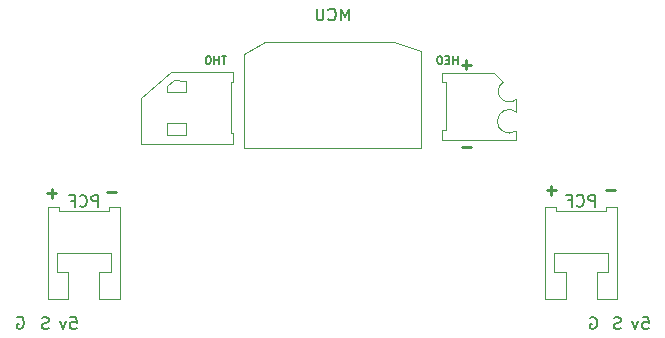
<source format=gbr>
%TF.GenerationSoftware,KiCad,Pcbnew,(6.0.0)*%
%TF.CreationDate,2023-10-09T13:50:17-07:00*%
%TF.ProjectId,minisb_bowden,6d696e69-7362-45f6-926f-7764656e2e6b,rev?*%
%TF.SameCoordinates,Original*%
%TF.FileFunction,Legend,Bot*%
%TF.FilePolarity,Positive*%
%FSLAX46Y46*%
G04 Gerber Fmt 4.6, Leading zero omitted, Abs format (unit mm)*
G04 Created by KiCad (PCBNEW (6.0.0)) date 2023-10-09 13:50:17*
%MOMM*%
%LPD*%
G01*
G04 APERTURE LIST*
%ADD10C,0.250000*%
%ADD11C,0.150000*%
%ADD12C,0.120000*%
G04 APERTURE END LIST*
D10*
X106789047Y-94851428D02*
X107550952Y-94851428D01*
X149039047Y-94711428D02*
X149800952Y-94711428D01*
X101749047Y-94971428D02*
X102510952Y-94971428D01*
X102130000Y-95352380D02*
X102130000Y-94590476D01*
X136839047Y-84081428D02*
X137600952Y-84081428D01*
X137220000Y-84462380D02*
X137220000Y-83700476D01*
X144029047Y-94691428D02*
X144790952Y-94691428D01*
X144410000Y-95072380D02*
X144410000Y-94310476D01*
X136839047Y-91021428D02*
X137600952Y-91021428D01*
D11*
%TO.C,G*%
X147738095Y-105500000D02*
X147833333Y-105452380D01*
X147976190Y-105452380D01*
X148119047Y-105500000D01*
X148214285Y-105595238D01*
X148261904Y-105690476D01*
X148309523Y-105880952D01*
X148309523Y-106023809D01*
X148261904Y-106214285D01*
X148214285Y-106309523D01*
X148119047Y-106404761D01*
X147976190Y-106452380D01*
X147880952Y-106452380D01*
X147738095Y-106404761D01*
X147690476Y-106357142D01*
X147690476Y-106023809D01*
X147880952Y-106023809D01*
%TO.C,S*%
X150285714Y-106404761D02*
X150142857Y-106452380D01*
X149904761Y-106452380D01*
X149809523Y-106404761D01*
X149761904Y-106357142D01*
X149714285Y-106261904D01*
X149714285Y-106166666D01*
X149761904Y-106071428D01*
X149809523Y-106023809D01*
X149904761Y-105976190D01*
X150095238Y-105928571D01*
X150190476Y-105880952D01*
X150238095Y-105833333D01*
X150285714Y-105738095D01*
X150285714Y-105642857D01*
X150238095Y-105547619D01*
X150190476Y-105500000D01*
X150095238Y-105452380D01*
X149857142Y-105452380D01*
X149714285Y-105500000D01*
%TO.C,HE0*%
X136510000Y-84026666D02*
X136510000Y-83326666D01*
X136510000Y-83660000D02*
X136110000Y-83660000D01*
X136110000Y-84026666D02*
X136110000Y-83326666D01*
X135776666Y-83660000D02*
X135543333Y-83660000D01*
X135443333Y-84026666D02*
X135776666Y-84026666D01*
X135776666Y-83326666D01*
X135443333Y-83326666D01*
X135010000Y-83326666D02*
X134943333Y-83326666D01*
X134876666Y-83360000D01*
X134843333Y-83393333D01*
X134810000Y-83460000D01*
X134776666Y-83593333D01*
X134776666Y-83760000D01*
X134810000Y-83893333D01*
X134843333Y-83960000D01*
X134876666Y-83993333D01*
X134943333Y-84026666D01*
X135010000Y-84026666D01*
X135076666Y-83993333D01*
X135110000Y-83960000D01*
X135143333Y-83893333D01*
X135176666Y-83760000D01*
X135176666Y-83593333D01*
X135143333Y-83460000D01*
X135110000Y-83393333D01*
X135076666Y-83360000D01*
X135010000Y-83326666D01*
%TO.C,G*%
X99208095Y-105460000D02*
X99303333Y-105412380D01*
X99446190Y-105412380D01*
X99589047Y-105460000D01*
X99684285Y-105555238D01*
X99731904Y-105650476D01*
X99779523Y-105840952D01*
X99779523Y-105983809D01*
X99731904Y-106174285D01*
X99684285Y-106269523D01*
X99589047Y-106364761D01*
X99446190Y-106412380D01*
X99350952Y-106412380D01*
X99208095Y-106364761D01*
X99160476Y-106317142D01*
X99160476Y-105983809D01*
X99350952Y-105983809D01*
%TO.C,TH0*%
X116900000Y-83326666D02*
X116500000Y-83326666D01*
X116700000Y-84026666D02*
X116700000Y-83326666D01*
X116266666Y-84026666D02*
X116266666Y-83326666D01*
X116266666Y-83660000D02*
X115866666Y-83660000D01*
X115866666Y-84026666D02*
X115866666Y-83326666D01*
X115400000Y-83326666D02*
X115333333Y-83326666D01*
X115266666Y-83360000D01*
X115233333Y-83393333D01*
X115200000Y-83460000D01*
X115166666Y-83593333D01*
X115166666Y-83760000D01*
X115200000Y-83893333D01*
X115233333Y-83960000D01*
X115266666Y-83993333D01*
X115333333Y-84026666D01*
X115400000Y-84026666D01*
X115466666Y-83993333D01*
X115500000Y-83960000D01*
X115533333Y-83893333D01*
X115566666Y-83760000D01*
X115566666Y-83593333D01*
X115533333Y-83460000D01*
X115500000Y-83393333D01*
X115466666Y-83360000D01*
X115400000Y-83326666D01*
%TO.C,MCU*%
X127267142Y-80322380D02*
X127267142Y-79322380D01*
X126933809Y-80036666D01*
X126600476Y-79322380D01*
X126600476Y-80322380D01*
X125552857Y-80227142D02*
X125600476Y-80274761D01*
X125743333Y-80322380D01*
X125838571Y-80322380D01*
X125981428Y-80274761D01*
X126076666Y-80179523D01*
X126124285Y-80084285D01*
X126171904Y-79893809D01*
X126171904Y-79750952D01*
X126124285Y-79560476D01*
X126076666Y-79465238D01*
X125981428Y-79370000D01*
X125838571Y-79322380D01*
X125743333Y-79322380D01*
X125600476Y-79370000D01*
X125552857Y-79417619D01*
X125124285Y-79322380D02*
X125124285Y-80131904D01*
X125076666Y-80227142D01*
X125029047Y-80274761D01*
X124933809Y-80322380D01*
X124743333Y-80322380D01*
X124648095Y-80274761D01*
X124600476Y-80227142D01*
X124552857Y-80131904D01*
X124552857Y-79322380D01*
%TO.C,5v*%
X103702857Y-105452380D02*
X104179047Y-105452380D01*
X104226666Y-105928571D01*
X104179047Y-105880952D01*
X104083809Y-105833333D01*
X103845714Y-105833333D01*
X103750476Y-105880952D01*
X103702857Y-105928571D01*
X103655238Y-106023809D01*
X103655238Y-106261904D01*
X103702857Y-106357142D01*
X103750476Y-106404761D01*
X103845714Y-106452380D01*
X104083809Y-106452380D01*
X104179047Y-106404761D01*
X104226666Y-106357142D01*
X103321904Y-105785714D02*
X103083809Y-106452380D01*
X102845714Y-105785714D01*
%TO.C,PCF*%
X148140476Y-96082380D02*
X148140476Y-95082380D01*
X147759523Y-95082380D01*
X147664285Y-95130000D01*
X147616666Y-95177619D01*
X147569047Y-95272857D01*
X147569047Y-95415714D01*
X147616666Y-95510952D01*
X147664285Y-95558571D01*
X147759523Y-95606190D01*
X148140476Y-95606190D01*
X146569047Y-95987142D02*
X146616666Y-96034761D01*
X146759523Y-96082380D01*
X146854761Y-96082380D01*
X146997619Y-96034761D01*
X147092857Y-95939523D01*
X147140476Y-95844285D01*
X147188095Y-95653809D01*
X147188095Y-95510952D01*
X147140476Y-95320476D01*
X147092857Y-95225238D01*
X146997619Y-95130000D01*
X146854761Y-95082380D01*
X146759523Y-95082380D01*
X146616666Y-95130000D01*
X146569047Y-95177619D01*
X145807142Y-95558571D02*
X146140476Y-95558571D01*
X146140476Y-96082380D02*
X146140476Y-95082380D01*
X145664285Y-95082380D01*
%TO.C,5v*%
X152142857Y-105452380D02*
X152619047Y-105452380D01*
X152666666Y-105928571D01*
X152619047Y-105880952D01*
X152523809Y-105833333D01*
X152285714Y-105833333D01*
X152190476Y-105880952D01*
X152142857Y-105928571D01*
X152095238Y-106023809D01*
X152095238Y-106261904D01*
X152142857Y-106357142D01*
X152190476Y-106404761D01*
X152285714Y-106452380D01*
X152523809Y-106452380D01*
X152619047Y-106404761D01*
X152666666Y-106357142D01*
X151761904Y-105785714D02*
X151523809Y-106452380D01*
X151285714Y-105785714D01*
%TO.C,S*%
X101855714Y-106404761D02*
X101712857Y-106452380D01*
X101474761Y-106452380D01*
X101379523Y-106404761D01*
X101331904Y-106357142D01*
X101284285Y-106261904D01*
X101284285Y-106166666D01*
X101331904Y-106071428D01*
X101379523Y-106023809D01*
X101474761Y-105976190D01*
X101665238Y-105928571D01*
X101760476Y-105880952D01*
X101808095Y-105833333D01*
X101855714Y-105738095D01*
X101855714Y-105642857D01*
X101808095Y-105547619D01*
X101760476Y-105500000D01*
X101665238Y-105452380D01*
X101427142Y-105452380D01*
X101284285Y-105500000D01*
%TO.C,PCF*%
X106060476Y-96122380D02*
X106060476Y-95122380D01*
X105679523Y-95122380D01*
X105584285Y-95170000D01*
X105536666Y-95217619D01*
X105489047Y-95312857D01*
X105489047Y-95455714D01*
X105536666Y-95550952D01*
X105584285Y-95598571D01*
X105679523Y-95646190D01*
X106060476Y-95646190D01*
X104489047Y-96027142D02*
X104536666Y-96074761D01*
X104679523Y-96122380D01*
X104774761Y-96122380D01*
X104917619Y-96074761D01*
X105012857Y-95979523D01*
X105060476Y-95884285D01*
X105108095Y-95693809D01*
X105108095Y-95550952D01*
X105060476Y-95360476D01*
X105012857Y-95265238D01*
X104917619Y-95170000D01*
X104774761Y-95122380D01*
X104679523Y-95122380D01*
X104536666Y-95170000D01*
X104489047Y-95217619D01*
X103727142Y-95598571D02*
X104060476Y-95598571D01*
X104060476Y-96122380D02*
X104060476Y-95122380D01*
X103584285Y-95122380D01*
D12*
%TO.C,HE0*%
X135150000Y-85558000D02*
X135516000Y-85558000D01*
X141470000Y-87020000D02*
X141470000Y-88070000D01*
X135150000Y-84760000D02*
X139580000Y-84760000D01*
X135150000Y-89622000D02*
X135150000Y-90420000D01*
X139580000Y-84760000D02*
X140342000Y-85558000D01*
X135150000Y-85558000D02*
X135150000Y-84760000D01*
X141470000Y-89650000D02*
X141470000Y-90420000D01*
X135150000Y-90420000D02*
X141470000Y-90420000D01*
X135516000Y-85558000D02*
X135516000Y-89622000D01*
X135150000Y-89622000D02*
X135516000Y-89622000D01*
X140342000Y-85558000D02*
G75*
G03*
X141457214Y-87005565I508000J-762000D01*
G01*
X141470000Y-88070000D02*
G75*
G03*
X141407053Y-89695579I-620000J-790000D01*
G01*
%TO.C,TH0*%
X117460000Y-85570000D02*
X117270000Y-85570000D01*
X117270000Y-85570000D02*
X117270000Y-89850000D01*
X112444000Y-85408000D02*
X111900000Y-85916000D01*
X109640000Y-90770000D02*
X109650000Y-86932000D01*
X113500000Y-85410000D02*
X112444000Y-85408000D01*
X117460000Y-90770000D02*
X109640000Y-90770000D01*
X111900000Y-85916000D02*
X111900000Y-86410000D01*
X111900000Y-90010000D02*
X111900000Y-89010000D01*
X111900000Y-89010000D02*
X113500000Y-89010000D01*
X117460000Y-89850000D02*
X117460000Y-90770000D01*
X112190000Y-84650000D02*
X117460000Y-84650000D01*
X117460000Y-84650000D02*
X117460000Y-85570000D01*
X112190000Y-84650000D02*
X109650000Y-86932000D01*
X117460000Y-89850000D02*
X117270000Y-89850000D01*
X113500000Y-90010000D02*
X111900000Y-90010000D01*
X113500000Y-89010000D02*
X113500000Y-90010000D01*
X113500000Y-86410000D02*
X113500000Y-85410000D01*
X111900000Y-86410000D02*
X113500000Y-86410000D01*
%TO.C,MCU*%
X120192500Y-82134000D02*
X118414500Y-83134000D01*
X131114500Y-82126000D02*
X120192500Y-82126000D01*
X118414500Y-91100000D02*
X133400500Y-91100000D01*
X133400500Y-91100000D02*
X133400500Y-82888000D01*
X133400500Y-82888000D02*
X131114500Y-82134000D01*
X118414500Y-83134000D02*
X118414500Y-91100000D01*
%TO.C,PCF*%
X149090000Y-96080000D02*
X150010000Y-96080000D01*
X144650000Y-101640000D02*
X145650000Y-101640000D01*
X149250000Y-101640000D02*
X148250000Y-101640000D01*
X150010000Y-96080000D02*
X150010000Y-103900000D01*
X143890000Y-96080000D02*
X144810000Y-96080000D01*
X143890000Y-103900000D02*
X143890000Y-96080000D01*
X149250000Y-100040000D02*
X149250000Y-101640000D01*
X148250000Y-101640000D02*
X148250000Y-103900000D01*
X143890000Y-103900000D02*
X143890000Y-96080000D01*
X144650000Y-100040000D02*
X144650000Y-101640000D01*
X149250000Y-100040000D02*
X149250000Y-101640000D01*
X149090000Y-96080000D02*
X150010000Y-96080000D01*
X143890000Y-96080000D02*
X144810000Y-96080000D01*
X145650000Y-101640000D02*
X145650000Y-103890000D01*
X145650000Y-100040000D02*
X144650000Y-100040000D01*
X144810000Y-96440000D02*
X149090000Y-96440000D01*
X144650000Y-100040000D02*
X144650000Y-101640000D01*
X145650000Y-100040000D02*
X144650000Y-100040000D01*
X144650000Y-101640000D02*
X145650000Y-101640000D01*
X145650000Y-100040000D02*
X149250000Y-100040000D01*
X144810000Y-96080000D02*
X144810000Y-96440000D01*
X149090000Y-96080000D02*
X149090000Y-96440000D01*
X150010000Y-96080000D02*
X150010000Y-103900000D01*
X149250000Y-101640000D02*
X148250000Y-101640000D01*
X143890000Y-103900000D02*
X145650000Y-103900000D01*
X148250000Y-100040000D02*
X149250000Y-100040000D01*
X150010000Y-103900000D02*
X148250000Y-103900000D01*
X107140000Y-101640000D02*
X106140000Y-101640000D01*
X107900000Y-103900000D02*
X106140000Y-103900000D01*
X107900000Y-96080000D02*
X107900000Y-103900000D01*
X102540000Y-101640000D02*
X103540000Y-101640000D01*
X103540000Y-101640000D02*
X103540000Y-103890000D01*
X106980000Y-96080000D02*
X107900000Y-96080000D01*
X106980000Y-96080000D02*
X106980000Y-96440000D01*
X101780000Y-96080000D02*
X102700000Y-96080000D01*
X101780000Y-103900000D02*
X101780000Y-96080000D01*
X106140000Y-101640000D02*
X106140000Y-103900000D01*
X103540000Y-100040000D02*
X107140000Y-100040000D01*
X102700000Y-96440000D02*
X106980000Y-96440000D01*
X102540000Y-100040000D02*
X102540000Y-101640000D01*
X107140000Y-100040000D02*
X107140000Y-101640000D01*
X101780000Y-103900000D02*
X103540000Y-103900000D01*
X102700000Y-96080000D02*
X102700000Y-96440000D01*
X103540000Y-100040000D02*
X102540000Y-100040000D01*
%TD*%
M02*

</source>
